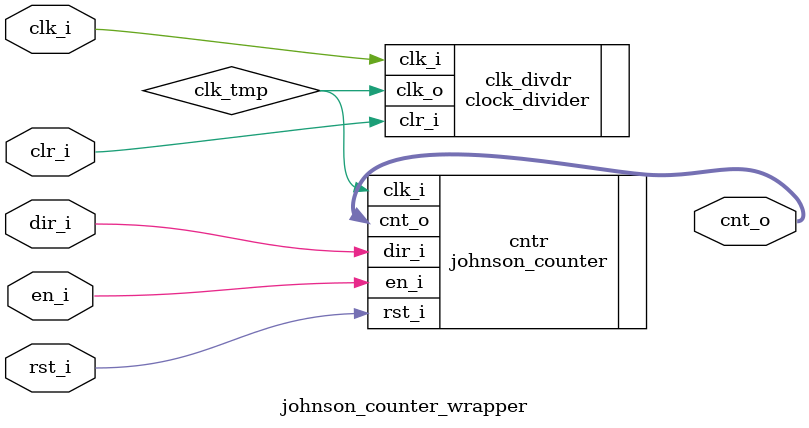
<source format=v>
`timescale 1ns / 1ps

/*******************************************************************************
 16-bit Johnson counter with clock divider.
   
 Inputs:
   clk_i: 1-bit counter clock signal (rising edge triggered)
          clk_i is usually connected to clk_o of a clock divider.
          
   clr_i: 1-bit clock divider clear signal (rising edge triggered)
          clr_i should be mapped to a button.
   
   en_i:  1-bit counter enable signal (active high)
          en_i should be mapped to a switch.
          
   rst_i: 1-bit counter reset signal (rising edge triggered)
          rst_i should be mapped to a button.
          
   dir_i: 1-bit counter direction signal. 0 is shift left, 1 is shift right.
          dir_i should be mapped to a switch.
   
 Output:
   cnt_o: 16-bit counter count signal
          cnt_o can be mapped to LEDs or seven-segment display.
*******************************************************************************/
module johnson_counter_wrapper(
    input         clk_i,
    input         clr_i,
    input         en_i,
    input         rst_i,
    input         dir_i,
    output [15:0] cnt_o
    );
    
    wire clk_tmp;
    
    // initialize a clock divider to prescale clock from 100 MHz to 1 kHz
    clock_divider #(.PSC(100)) clk_divdr (
        .clk_i(clk_i),
        .clr_i(clr_i),
        .clk_o(clk_tmp)
    );
    
    // initialize a 16-bit Johnson counter
    johnson_counter cntr(
        .clk_i(clk_tmp),
        .en_i(en_i),
        .rst_i(rst_i),
        .dir_i(dir_i),
        .cnt_o(cnt_o)
    );
    
endmodule

</source>
